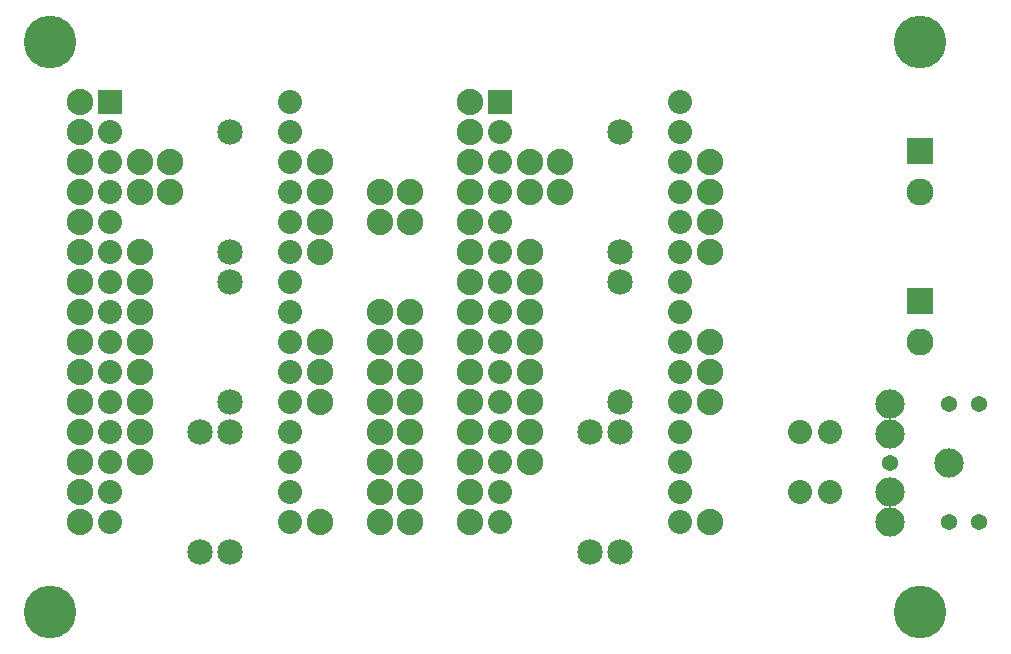
<source format=gbs>
G04 MADE WITH FRITZING*
G04 WWW.FRITZING.ORG*
G04 DOUBLE SIDED*
G04 HOLES PLATED*
G04 CONTOUR ON CENTER OF CONTOUR VECTOR*
%ASAXBY*%
%FSLAX23Y23*%
%MOIN*%
%OFA0B0*%
%SFA1.0B1.0*%
%ADD10C,0.088000*%
%ADD11C,0.080000*%
%ADD12C,0.097695*%
%ADD13C,0.097722*%
%ADD14C,0.054000*%
%ADD15C,0.090000*%
%ADD16C,0.175354*%
%ADD17C,0.085000*%
%ADD18R,0.079972X0.080000*%
%ADD19R,0.090000X0.090000*%
%LNMASK0*%
G90*
G70*
G54D10*
X500Y1582D03*
X600Y1582D03*
G54D11*
X400Y1882D03*
X400Y1782D03*
X400Y1682D03*
X400Y1582D03*
X400Y1482D03*
X400Y1382D03*
X400Y1282D03*
X400Y1182D03*
X400Y1082D03*
X400Y982D03*
X400Y882D03*
X400Y782D03*
X400Y682D03*
X400Y582D03*
X400Y482D03*
X1000Y1882D03*
X1000Y1782D03*
X1000Y1682D03*
X1000Y1582D03*
X1000Y1482D03*
X1000Y1382D03*
X1000Y1282D03*
X1000Y1182D03*
X1000Y1082D03*
X1000Y982D03*
X1000Y882D03*
X1000Y782D03*
X1000Y682D03*
X1000Y582D03*
X1000Y482D03*
X1700Y1882D03*
X1700Y1782D03*
X1700Y1682D03*
X1700Y1582D03*
X1700Y1482D03*
X1700Y1382D03*
X1700Y1282D03*
X1700Y1182D03*
X1700Y1082D03*
X1700Y982D03*
X1700Y882D03*
X1700Y782D03*
X1700Y682D03*
X1700Y582D03*
X1700Y482D03*
X2300Y1882D03*
X2300Y1782D03*
X2300Y1682D03*
X2300Y1582D03*
X2300Y1482D03*
X2300Y1382D03*
X2300Y1282D03*
X2300Y1182D03*
X2300Y1082D03*
X2300Y982D03*
X2300Y882D03*
X2300Y782D03*
X2300Y682D03*
X2300Y582D03*
X2300Y482D03*
G54D12*
X3196Y679D03*
G54D13*
X3000Y482D03*
X3000Y581D03*
G54D12*
X3000Y777D03*
G54D13*
X3000Y876D03*
G54D14*
X3295Y482D03*
X3295Y876D03*
X3196Y876D03*
X3000Y679D03*
X3196Y482D03*
G54D15*
X3100Y1720D03*
X3100Y1582D03*
X3100Y1220D03*
X3100Y1082D03*
G54D10*
X1600Y1882D03*
X1600Y1782D03*
X1600Y1682D03*
X1600Y1582D03*
X1600Y1482D03*
X1600Y1382D03*
X1600Y1282D03*
X1600Y1182D03*
X1600Y1082D03*
X1600Y982D03*
X1600Y882D03*
X1600Y782D03*
X1600Y682D03*
X1600Y582D03*
X1600Y482D03*
X1300Y1582D03*
X1300Y1482D03*
X2400Y1683D03*
X2400Y1583D03*
X2400Y1483D03*
X2400Y1383D03*
X300Y1882D03*
X300Y1782D03*
X300Y1682D03*
X300Y1582D03*
X300Y1482D03*
X300Y1382D03*
X300Y1282D03*
X300Y1182D03*
X300Y1082D03*
X300Y982D03*
X300Y882D03*
X300Y782D03*
X300Y682D03*
X300Y582D03*
X300Y482D03*
X1100Y1682D03*
X1100Y1582D03*
X1100Y1482D03*
X1100Y1382D03*
X2400Y483D03*
X1400Y1182D03*
X1400Y1082D03*
X1400Y982D03*
X1400Y882D03*
X1400Y782D03*
X1400Y682D03*
X1400Y582D03*
X1400Y482D03*
X2400Y1083D03*
X2400Y983D03*
X2400Y883D03*
X1100Y1082D03*
X1100Y982D03*
X1100Y882D03*
X1100Y482D03*
X500Y1382D03*
X500Y1282D03*
X500Y1182D03*
X500Y1082D03*
X500Y982D03*
X500Y882D03*
X500Y782D03*
X500Y682D03*
X1800Y1383D03*
X1800Y1283D03*
X1800Y1183D03*
X1800Y1083D03*
X1800Y983D03*
X1800Y883D03*
X1800Y783D03*
X1800Y683D03*
X1300Y1182D03*
X1300Y1082D03*
X1300Y982D03*
X1300Y882D03*
X1300Y782D03*
X1300Y682D03*
X1300Y582D03*
X1300Y482D03*
X1400Y1582D03*
X1400Y1482D03*
X500Y1682D03*
X600Y1682D03*
X1800Y1583D03*
X1900Y1583D03*
X1800Y1683D03*
X1900Y1683D03*
G54D16*
X3100Y2082D03*
X3100Y182D03*
X200Y2082D03*
X200Y182D03*
G54D11*
X2800Y582D03*
X2700Y582D03*
X2800Y782D03*
X2700Y782D03*
G54D17*
X2100Y782D03*
X2100Y382D03*
X800Y382D03*
X800Y782D03*
X2000Y382D03*
X2000Y782D03*
X700Y382D03*
X700Y782D03*
X2100Y1282D03*
X2100Y882D03*
X800Y1282D03*
X800Y882D03*
X2100Y1782D03*
X2100Y1382D03*
X800Y1782D03*
X800Y1382D03*
G54D18*
X399Y1882D03*
X1699Y1882D03*
G54D19*
X3100Y1720D03*
X3100Y1220D03*
G04 End of Mask0*
M02*
</source>
